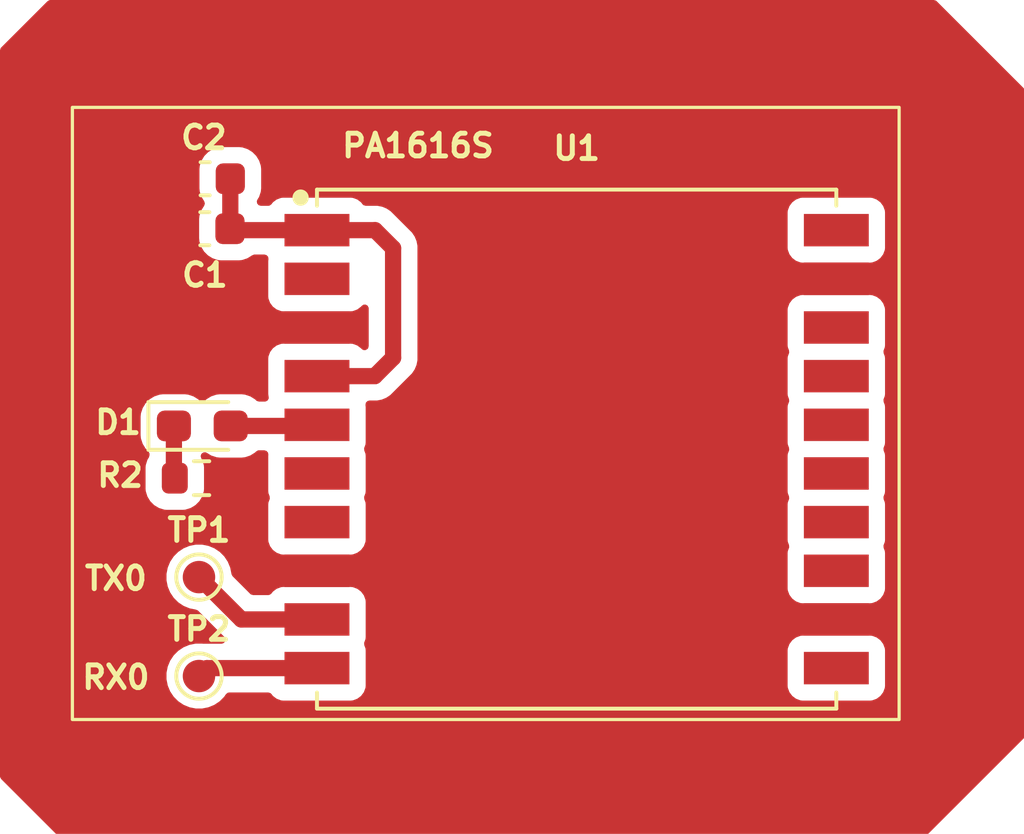
<source format=kicad_pcb>
(kicad_pcb (version 20241229) (generator "pcbnew") (generator_version "9.0")
  (layers (0 "F.Cu" signal) (4 "In1.Cu" signal) (6 "In2.Cu" signal) (2 "B.Cu" signal) (13 "F.Paste" user) (15 "B.Paste" user) (5 "F.SilkS" user "F.Silkscreen") (7 "B.SilkS" user "B.Silkscreen") (1 "F.Mask" user) (3 "B.Mask" user) (25 "Edge.Cuts" user))
  (net 0 "")
  (net 1 "/PA1616S/GND")
  (net 2 "/PA1616S/VCC")
  (net 3 "Net-(D1-A)")
  (net 4 "Net-(D1-K)")
  (net 5 "/PA1616S/TX0")
  (net 6 "/PA1616S/RX0")
  (net 7 "/PA1616S/NRESET")
  (net 8 "/PA1616S/TX1")
  (net 11 "/PA1616S/EXT_ANT")
  (net 15 "/PA1616S/1PPS")
  (net 17 "/PA1616S/RTCM")
  (footprint "Library:R_0603_1608Metric" (layer "F.Cu") (at 142.52 74.79)
    (property "Reference" "R2" (at -2.51 -0.09 0) (layer "F.SilkS") (effects (font (size 0.7 0.7) (thickness 0.153))))
    (property "Value" "4.7K")
    (fp_line (start -0.237258 -0.5225) (end 0.237258 -0.5225) (stroke (width 0.12)) (layer "F.SilkS"))
    (fp_line (start -0.237258 0.5225) (end 0.237258 0.5225) (stroke (width 0.12)) (layer "F.SilkS"))
    (pad "1" smd roundrect (at -0.825 0) (size 0.8 0.95) (layers "F.Cu" "F.Mask" "F.Paste") (net 4 "Net-(D1-K)"))
    (pad "2" smd roundrect (at 0.825 0) (size 0.8 0.95) (layers "F.Cu" "F.Mask" "F.Paste") (net 1 "/PA1616S/GND"))
  )
  (footprint "Library:C_0603_1608Metric" (layer "F.Cu") (at 142.63 65.56 180)
    (property "Reference" "C2" (at 0.04 1.27 0) (layer "F.SilkS") (effects (font (size 0.7 0.7) (thickness 0.153))))
    (property "Value" "0.1uF")
    (fp_line (start -0.14058 0.51) (end 0.14058 0.51) (stroke (width 0.12)) (layer "F.SilkS"))
    (fp_line (start -0.14058 -0.51) (end 0.14058 -0.51) (stroke (width 0.12)) (layer "F.SilkS"))
    (pad "1" smd roundrect (at -0.775 0 180) (size 0.9 0.95) (layers "F.Cu" "F.Mask" "F.Paste") (net 2 "/PA1616S/VCC"))
    (pad "2" smd roundrect (at 0.775 0 180) (size 0.9 0.95) (layers "F.Cu" "F.Mask" "F.Paste") (net 1 "/PA1616S/GND"))
  )
  (footprint "Library:C_0603_1608Metric" (layer "F.Cu") (at 142.62 67.1 180)
    (property "Reference" "C1" (at 0 -1.43 0) (layer "F.SilkS") (effects (font (size 0.7 0.7) (thickness 0.153))))
    (property "Value" "10uF")
    (fp_line (start -0.14058 0.51) (end 0.14058 0.51) (stroke (width 0.12)) (layer "F.SilkS"))
    (fp_line (start -0.14058 -0.51) (end 0.14058 -0.51) (stroke (width 0.12)) (layer "F.SilkS"))
    (pad "1" smd roundrect (at -0.775 0 180) (size 0.9 0.95) (layers "F.Cu" "F.Mask" "F.Paste") (net 2 "/PA1616S/VCC"))
    (pad "2" smd roundrect (at 0.775 0 180) (size 0.9 0.95) (layers "F.Cu" "F.Mask" "F.Paste") (net 1 "/PA1616S/GND"))
  )
  (footprint "Library:LED_0603_1608Metric_Pad1.05x0.95mm_HandSolder" (layer "F.Cu") (at 142.5425 73.18)
    (property "Reference" "D1" (at -2.595 -0.11 0) (layer "F.SilkS") (effects (font (size 0.7 0.7) (thickness 0.153))))
    (property "Value" "LED")
    (fp_line (start -1.66 -0.735) (end -1.66 0.735) (stroke (width 0.12)) (layer "F.SilkS"))
    (fp_line (start -1.66 0.735) (end 0.8 0.735) (stroke (width 0.12)) (layer "F.SilkS"))
    (fp_line (start 0.8 -0.735) (end -1.66 -0.735) (stroke (width 0.12)) (layer "F.SilkS"))
    (pad "1" smd roundrect (at -0.875 0) (size 1.05 0.95) (layers "F.Cu" "F.Mask" "F.Paste") (net 4 "Net-(D1-K)"))
    (pad "2" smd roundrect (at 0.875 0) (size 1.05 0.95) (layers "F.Cu" "F.Mask" "F.Paste") (net 3 "Net-(D1-A)"))
  )
  (footprint "Library:TestPoint_Pad_D1.0mm" (layer "F.Cu") (at 142.44 77.84)
    (property "Reference" "TP1" (at 0 -1.448 0) (layer "F.SilkS") (effects (font (size 0.7 0.7) (thickness 0.153))))
    (property "Value" "TX0" (at -2.56 0.04 0) (layer "F.SilkS") (effects (font (size 0.7 0.7) (thickness 0.153) (bold yes))))
    (fp_circle (center 0 0) (end 0 0.7) (stroke (width 0.12)) (fill no) (layer "F.SilkS"))
    (pad "1" smd circle (at 0 0) (size 1 1) (layers "F.Cu" "F.Mask") (net 5 "/PA1616S/TX0"))
  )
  (footprint "Library:PA1616S" (layer "F.Cu") (at 154.075 73.895)
    (property "Reference" "U1" (at 0 -9.274 0) (layer "F.SilkS") (effects (font (size 0.7 0.7) (thickness 0.153))))
    (property "Value" "PA1616S")
    (fp_line (start -8 -8) (end 8 -8) (stroke (width 0.12)) (layer "F.SilkS"))
    (fp_line (start -8 -7.504) (end -8 -8) (stroke (width 0.12)) (layer "F.SilkS"))
    (fp_line (start -8 7.504) (end -8 8) (stroke (width 0.12)) (layer "F.SilkS"))
    (fp_line (start -8 8) (end 8 8) (stroke (width 0.12)) (layer "F.SilkS"))
    (fp_line (start 8 -8) (end 8 -7.504) (stroke (width 0.12)) (layer "F.SilkS"))
    (fp_line (start 8 8) (end 8 7.504) (stroke (width 0.12)) (layer "F.SilkS"))
    (fp_circle (center -8.504 -7.754) (end -8.254 -7.754) (fill yes) (layer "F.SilkS"))
    (pad "1" smd rect (at -8 -6.75) (size 2 1) (layers "F.Cu" "F.Mask" "F.Paste") (net 2 "/PA1616S/VCC"))
    (pad "2" smd rect (at -8 -5.25) (size 2 1) (layers "F.Cu" "F.Mask" "F.Paste") (net 7 "/PA1616S/NRESET"))
    (pad "3" smd rect (at -8 -3.75) (size 2 1) (layers "F.Cu" "F.Mask" "F.Paste") (net 1 "/PA1616S/GND"))
    (pad "4" smd rect (at -8 -2.25) (size 2 1) (layers "F.Cu" "F.Mask" "F.Paste") (net 2 "/PA1616S/VCC"))
    (pad "5" smd rect (at -8 -0.75) (size 2 1) (layers "F.Cu" "F.Mask" "F.Paste") (net 3 "Net-(D1-A)"))
    (pad "6" smd rect (at -8 0.75) (size 2 1) (layers "F.Cu" "F.Mask" "F.Paste"))
    (pad "7" smd rect (at -8 2.25) (size 2 1) (layers "F.Cu" "F.Mask" "F.Paste"))
    (pad "8" smd rect (at -8 3.75) (size 2 1) (layers "F.Cu" "F.Mask" "F.Paste") (net 1 "/PA1616S/GND"))
    (pad "9" smd rect (at -8 5.25) (size 2 1) (layers "F.Cu" "F.Mask" "F.Paste") (net 5 "/PA1616S/TX0"))
    (pad "10" smd rect (at -8 6.75) (size 2 1) (layers "F.Cu" "F.Mask" "F.Paste") (net 6 "/PA1616S/RX0"))
    (pad "11" smd rect (at 8 6.75) (size 2 1) (layers "F.Cu" "F.Mask" "F.Paste") (net 11 "/PA1616S/EXT_ANT"))
    (pad "12" smd rect (at 8 5.25) (size 2 1) (layers "F.Cu" "F.Mask" "F.Paste") (net 1 "/PA1616S/GND"))
    (pad "13" smd rect (at 8 3.75) (size 2 1) (layers "F.Cu" "F.Mask" "F.Paste") (net 15 "/PA1616S/1PPS"))
    (pad "14" smd rect (at 8 2.25) (size 2 1) (layers "F.Cu" "F.Mask" "F.Paste") (net 17 "/PA1616S/RTCM"))
    (pad "15" smd rect (at 8 0.75) (size 2 1) (layers "F.Cu" "F.Mask" "F.Paste") (net 8 "/PA1616S/TX1"))
    (pad "16" smd rect (at 8 -0.75) (size 2 1) (layers "F.Cu" "F.Mask" "F.Paste"))
    (pad "17" smd rect (at 8 -2.25) (size 2 1) (layers "F.Cu" "F.Mask" "F.Paste"))
    (pad "18" smd rect (at 8 -3.75) (size 2 1) (layers "F.Cu" "F.Mask" "F.Paste"))
    (pad "19" smd rect (at 8 -5.25) (size 2 1) (layers "F.Cu" "F.Mask" "F.Paste") (net 1 "/PA1616S/GND"))
    (pad "20" smd rect (at 8 -6.75) (size 2 1) (layers "F.Cu" "F.Mask" "F.Paste"))
  )
  (footprint "Library:TestPoint_Pad_D1.0mm" (layer "F.Cu") (at 142.44 80.89)
    (property "Reference" "TP2" (at 0 -1.448 0) (layer "F.SilkS") (effects (font (size 0.7 0.7) (thickness 0.153))))
    (property "Value" "RX0" (at -2.56 0.04 0) (layer "F.SilkS") (effects (font (size 0.7 0.7) (thickness 0.153) (bold yes))))
    (fp_circle (center 0 0) (end 0 0.7) (stroke (width 0.12)) (fill no) (layer "F.SilkS"))
    (pad "1" smd circle (at 0 0) (size 1 1) (layers "F.Cu" "F.Mask") (net 6 "/PA1616S/RX0"))
  )
  (gr_rect (start 138.54 63.36) (end 164.01 82.23) (stroke (width 0.1)) (fill no) (layer "F.SilkS"))
  (gr_text "PA1616S" (at 146.77 64.95 0) (layer "F.SilkS") (effects (font (size 0.7 0.7) (thickness 0.153) (bold yes)) (justify left bottom)))
  (segment (start 146.075 67.145) (end 143.44 67.145) (width 0.5) (layer "F.Cu") (net 2))
  (segment (start 146.075 67.145) (end 147.865 67.145) (width 0.5) (layer "F.Cu") (net 2))
  (segment (start 147.865 67.145) (end 148.42 67.7) (width 0.5) (layer "F.Cu") (net 2))
  (segment (start 143.405 67.09) (end 143.395 67.1) (width 0.5) (layer "F.Cu") (net 2))
  (segment (start 148.42 71.08) (end 147.855 71.645) (width 0.5) (layer "F.Cu") (net 2))
  (segment (start 143.44 67.145) (end 143.395 67.1) (width 0.5) (layer "F.Cu") (net 2))
  (segment (start 147.855 71.645) (end 146.075 71.645) (width 0.5) (layer "F.Cu") (net 2))
  (segment (start 148.42 67.7) (end 148.42 71.08) (width 0.5) (layer "F.Cu") (net 2))
  (segment (start 143.405 65.56) (end 143.405 67.09) (width 0.5) (layer "F.Cu") (net 2))
  (segment (start 146.04 73.18) (end 146.075 73.145) (width 0.5) (layer "F.Cu") (net 3))
  (segment (start 143.4175 73.18) (end 146.04 73.18) (width 0.5) (layer "F.Cu") (net 3))
  (segment (start 141.6675 74.7625) (end 141.695 74.79) (width 0.5) (layer "F.Cu") (net 4))
  (segment (start 141.74 73.18) (end 141.6675 73.2525) (width 0.5) (layer "F.Cu") (net 4))
  (segment (start 141.6675 73.2525) (end 141.6675 74.7625) (width 0.5) (layer "F.Cu") (net 4))
  (segment (start 143.745 79.145) (end 142.44 77.84) (width 0.5) (layer "F.Cu") (net 5))
  (segment (start 146.075 79.145) (end 143.745 79.145) (width 0.5) (layer "F.Cu") (net 5))
  (segment (start 142.685 80.645) (end 142.44 80.89) (width 0.5) (layer "F.Cu") (net 6))
  (segment (start 146.075 80.645) (end 142.685 80.645) (width 0.5) (layer "F.Cu") (net 6))
  (zone (net 1) (net_name "/PA1616S/GND") (layers "F.Cu" "B.Cu" "In1.Cu" "In2.Cu") (name "TBR") (connect_pads yes (clearance 0.5)) (min_thickness 0.25) (fill yes (thermal_gap 0.5) (thermal_bridge_width 0.5))
    (polygon (pts (xy 136.31 61.55) (xy 137.81 60.05) (xy 165.13 60.05) (xy 167.88 62.8) (xy 167.88 82.78) (xy 164.88 85.78) (xy 138.06 85.78) (xy 136.31 84.03)))
  )
)
</source>
